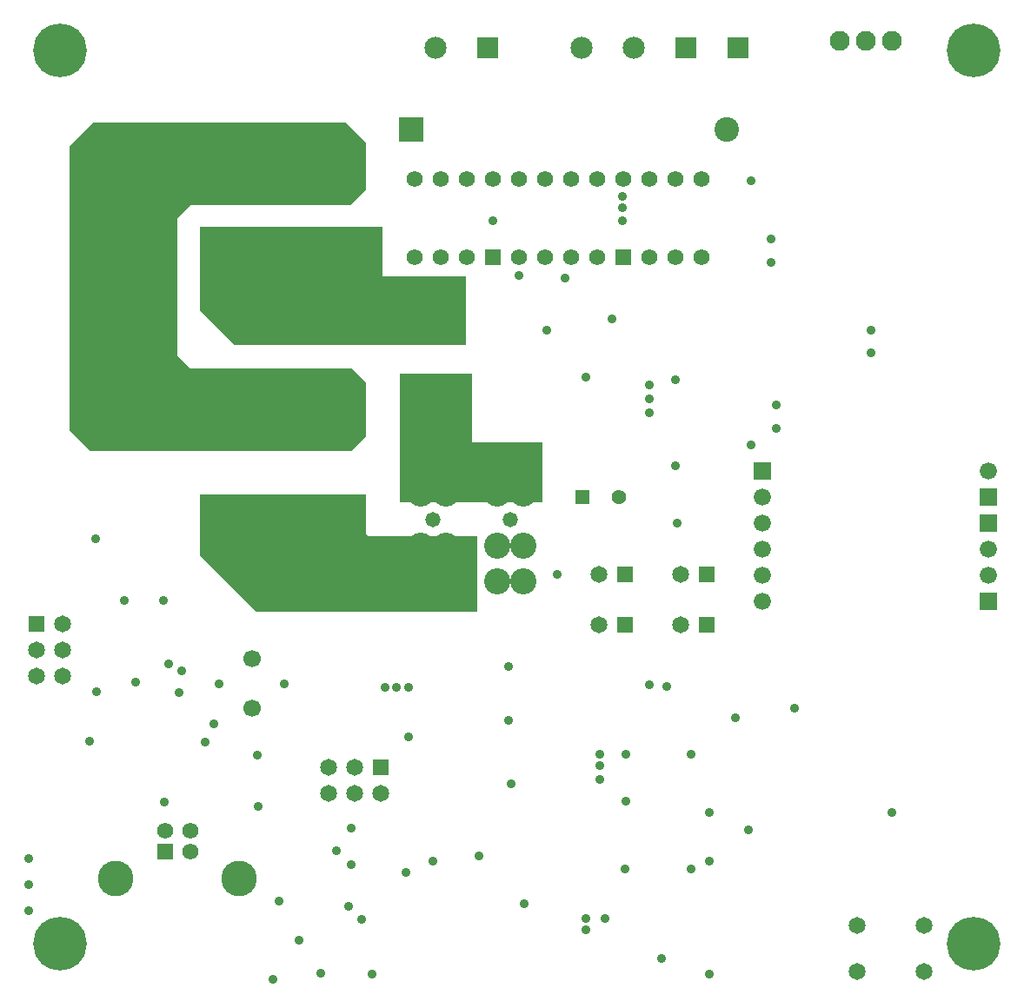
<source format=gbr>
%TF.GenerationSoftware,Altium Limited,Altium Designer,25.2.1 (25)*%
G04 Layer_Color=16711935*
%FSLAX43Y43*%
%MOMM*%
%TF.SameCoordinates,7C0E47B1-FCB0-489D-9A0F-BE08455AC9EA*%
%TF.FilePolarity,Negative*%
%TF.FileFunction,Soldermask,Bot*%
%TF.Part,Single*%
G01*
G75*
%TA.AperFunction,ComponentPad*%
%ADD111C,1.650*%
%ADD112R,1.650X1.650*%
%ADD113C,2.550*%
%ADD114C,1.475*%
%ADD115C,1.558*%
%ADD116R,1.558X1.558*%
%ADD117C,3.466*%
%ADD118C,1.674*%
%ADD119R,1.674X1.674*%
%ADD120C,3.150*%
%ADD121R,3.150X3.150*%
%ADD122C,1.575*%
%ADD123R,1.575X1.575*%
%ADD124C,2.150*%
%ADD125R,2.150X2.150*%
%ADD126R,2.400X2.400*%
%ADD127C,2.400*%
%ADD128R,1.650X1.650*%
%ADD129C,1.650*%
%ADD130C,1.700*%
%ADD131C,1.950*%
%ADD132C,1.425*%
%ADD133R,1.425X1.425*%
%TA.AperFunction,ViaPad*%
%ADD134C,5.230*%
%ADD135C,0.900*%
G36*
X35941Y69523D02*
X44069D01*
Y62865D01*
X21463D01*
X18140Y66188D01*
Y74300D01*
X35941D01*
Y69523D01*
D02*
G37*
G36*
X34300Y82540D02*
Y77988D01*
X32812Y76500D01*
Y76500D01*
X17318D01*
X16000Y75182D01*
Y61724D01*
X17224Y60500D01*
X33000D01*
X34300Y59200D01*
Y53858D01*
X32902Y52460D01*
X7484D01*
X7484Y52460D01*
X5500Y54444D01*
Y82208D01*
X7752Y84460D01*
X32380D01*
X34300Y82540D01*
D02*
G37*
G36*
X44648Y53340D02*
X51562D01*
Y47498D01*
X37648D01*
Y60000D01*
X44648D01*
Y53340D01*
D02*
G37*
G36*
X34300Y44450D02*
X34554Y44196D01*
X45164D01*
Y36807D01*
X23633D01*
X18140Y42300D01*
Y48300D01*
X34300D01*
Y44450D01*
D02*
G37*
D111*
X57000Y40500D02*
D03*
X65000Y40500D02*
D03*
X57000Y35560D02*
D03*
X65000D02*
D03*
X82221Y1742D02*
D03*
X88721D02*
D03*
X82221Y6242D02*
D03*
X88721D02*
D03*
X4826Y35687D02*
D03*
X2286Y33147D02*
D03*
X4826D02*
D03*
Y30607D02*
D03*
X35814Y19177D02*
D03*
X33274Y21717D02*
D03*
Y19177D02*
D03*
X30734Y21717D02*
D03*
Y19177D02*
D03*
D112*
X59540Y40500D02*
D03*
X67540Y40500D02*
D03*
X59540Y35560D02*
D03*
X67540D02*
D03*
X35814Y21717D02*
D03*
D113*
X42164Y51887D02*
D03*
X39664D02*
D03*
X42164Y48387D02*
D03*
X39664D02*
D03*
X42164Y43307D02*
D03*
X39664D02*
D03*
X42164Y39807D02*
D03*
X39664D02*
D03*
X47150D02*
D03*
X49650D02*
D03*
X47150Y43307D02*
D03*
X49650D02*
D03*
X47150Y48387D02*
D03*
X49650D02*
D03*
X47150Y51887D02*
D03*
X49650D02*
D03*
D114*
X40869Y45847D02*
D03*
X48355D02*
D03*
D115*
X14750Y15500D02*
D03*
X17250D02*
D03*
Y13500D02*
D03*
D116*
X14750D02*
D03*
D117*
X22020Y10800D02*
D03*
X9980D02*
D03*
D118*
X72947Y42926D02*
D03*
X94947Y50546D02*
D03*
Y42926D02*
D03*
Y40386D02*
D03*
X72947Y48006D02*
D03*
Y45466D02*
D03*
Y40386D02*
D03*
Y37846D02*
D03*
D119*
X94947Y48006D02*
D03*
Y45466D02*
D03*
Y37846D02*
D03*
X72947Y50546D02*
D03*
D120*
X31300Y71300D02*
D03*
X26220D02*
D03*
X21140D02*
D03*
X31300Y45300D02*
D03*
X26220D02*
D03*
X21140D02*
D03*
D121*
X31300Y81460D02*
D03*
X26220D02*
D03*
X21140D02*
D03*
X31300Y55460D02*
D03*
X26220D02*
D03*
X21140D02*
D03*
D122*
X67000Y71374D02*
D03*
X64460D02*
D03*
X61920D02*
D03*
X56840D02*
D03*
X54300D02*
D03*
X51760D02*
D03*
X49220D02*
D03*
X39060D02*
D03*
X41600D02*
D03*
X44140D02*
D03*
X67000Y78994D02*
D03*
X64460D02*
D03*
X61920D02*
D03*
X59380D02*
D03*
X56840D02*
D03*
X54300D02*
D03*
X51760D02*
D03*
X49220D02*
D03*
X39060D02*
D03*
X41600D02*
D03*
X44140D02*
D03*
X46680D02*
D03*
D123*
X59380Y71374D02*
D03*
X46680D02*
D03*
D124*
X41148Y91821D02*
D03*
X60420D02*
D03*
X55340D02*
D03*
D125*
X46228D02*
D03*
X70580D02*
D03*
X65500D02*
D03*
D126*
X38763Y83820D02*
D03*
D127*
X69463D02*
D03*
D128*
X2286Y35687D02*
D03*
D129*
Y30607D02*
D03*
D130*
X23241Y27411D02*
D03*
Y32291D02*
D03*
D131*
X85566Y92456D02*
D03*
X83026D02*
D03*
X80486D02*
D03*
D132*
X58950Y48018D02*
D03*
D133*
X55450D02*
D03*
D134*
X93500Y4500D02*
D03*
Y91500D02*
D03*
X4500D02*
D03*
Y4500D02*
D03*
D135*
X64516Y51050D02*
D03*
X48260Y31496D02*
D03*
X58293Y65405D02*
D03*
X49276Y69596D02*
D03*
X85598Y17272D02*
D03*
X66040Y11811D02*
D03*
X59690Y22987D02*
D03*
X37338Y29464D02*
D03*
X38481Y24602D02*
D03*
X51943Y64262D02*
D03*
X52959Y40500D02*
D03*
X55753Y59690D02*
D03*
X61976Y58928D02*
D03*
X44700Y42370D02*
D03*
Y39370D02*
D03*
Y40870D02*
D03*
X48260Y26289D02*
D03*
X29972Y1651D02*
D03*
X14732Y18288D02*
D03*
X18669Y24130D02*
D03*
X67818Y1524D02*
D03*
X40894Y12573D02*
D03*
X49784Y8382D02*
D03*
X61976Y29718D02*
D03*
Y56261D02*
D03*
Y57595D02*
D03*
X57150Y20500D02*
D03*
X70358Y26543D02*
D03*
X38481Y29464D02*
D03*
X36195D02*
D03*
X73787Y70866D02*
D03*
X32893Y15748D02*
D03*
X71882Y78867D02*
D03*
X73787Y73152D02*
D03*
X71882Y53086D02*
D03*
X74295Y54737D02*
D03*
Y57023D02*
D03*
X64516Y59436D02*
D03*
X76073Y27432D02*
D03*
X71628Y15621D02*
D03*
X67818Y12573D02*
D03*
X83566Y62103D02*
D03*
X25273Y1016D02*
D03*
X55753Y6985D02*
D03*
X27813Y4826D02*
D03*
X31496Y13589D02*
D03*
X32893Y12192D02*
D03*
X38275Y11430D02*
D03*
X32639Y8128D02*
D03*
X7433Y24257D02*
D03*
X23876Y17907D02*
D03*
X8001Y43942D02*
D03*
X11938Y29985D02*
D03*
X8128Y29083D02*
D03*
X53721Y69342D02*
D03*
X83566Y64262D02*
D03*
X59309Y77343D02*
D03*
Y76200D02*
D03*
X14600Y37910D02*
D03*
X10800Y37973D02*
D03*
X57150Y21844D02*
D03*
Y22987D02*
D03*
X59690Y18415D02*
D03*
X16129Y28956D02*
D03*
X19558Y25908D02*
D03*
X15113Y31750D02*
D03*
X16383Y31115D02*
D03*
X1524Y12827D02*
D03*
Y10287D02*
D03*
Y7747D02*
D03*
X26416Y29845D02*
D03*
X20066D02*
D03*
X23749Y22860D02*
D03*
X33926Y6858D02*
D03*
X55753Y5842D02*
D03*
X48514Y20066D02*
D03*
X64643Y45466D02*
D03*
X59309Y74930D02*
D03*
X46736D02*
D03*
X45339Y13081D02*
D03*
X63119Y3048D02*
D03*
X57658Y6985D02*
D03*
X67818Y17272D02*
D03*
X66040Y22987D02*
D03*
X59563Y11811D02*
D03*
X63627Y29591D02*
D03*
X34925Y1524D02*
D03*
X25908Y8636D02*
D03*
X8300Y75182D02*
D03*
Y61724D02*
D03*
Y67107D02*
D03*
Y72490D02*
D03*
Y64416D02*
D03*
Y69799D02*
D03*
Y59032D02*
D03*
Y56340D02*
D03*
Y77874D02*
D03*
Y80566D02*
D03*
X13200Y75182D02*
D03*
Y61724D02*
D03*
Y67107D02*
D03*
Y72490D02*
D03*
Y64416D02*
D03*
Y69799D02*
D03*
Y59032D02*
D03*
Y56340D02*
D03*
Y77874D02*
D03*
Y80566D02*
D03*
X10750D02*
D03*
Y77874D02*
D03*
Y56340D02*
D03*
Y59032D02*
D03*
Y69799D02*
D03*
Y64416D02*
D03*
Y72490D02*
D03*
Y67107D02*
D03*
Y61724D02*
D03*
Y75182D02*
D03*
X21140Y40870D02*
D03*
X31300D02*
D03*
X26220D02*
D03*
X28760D02*
D03*
X23680D02*
D03*
Y42370D02*
D03*
X28760D02*
D03*
X26220D02*
D03*
X31300D02*
D03*
X21140D02*
D03*
X23680Y39370D02*
D03*
X26220D02*
D03*
X31300D02*
D03*
X33840Y42370D02*
D03*
Y40870D02*
D03*
X28760Y39370D02*
D03*
X33840D02*
D03*
X42164Y54000D02*
D03*
X39664D02*
D03*
Y57000D02*
D03*
X42164D02*
D03*
Y55500D02*
D03*
X39664D02*
D03*
X33724Y65000D02*
D03*
X28760D02*
D03*
X33724Y66500D02*
D03*
Y68000D02*
D03*
X21140Y65000D02*
D03*
X31242D02*
D03*
X26220D02*
D03*
X23680D02*
D03*
X21140Y68000D02*
D03*
X31300D02*
D03*
X26220D02*
D03*
X28760D02*
D03*
X23680D02*
D03*
Y66500D02*
D03*
X28760D02*
D03*
X26220D02*
D03*
X31300D02*
D03*
X21140D02*
D03*
%TF.MD5,33cd7faead10c65f1918893b5bba1abb*%
M02*

</source>
